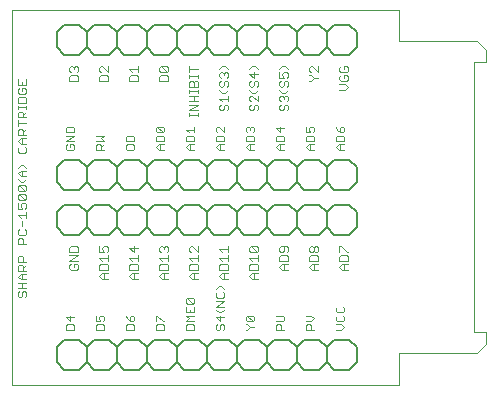
<source format=gto>
G75*
%MOIN*%
%OFA0B0*%
%FSLAX24Y24*%
%IPPOS*%
%LPD*%
%AMOC8*
5,1,8,0,0,1.08239X$1,22.5*
%
%ADD10C,0.0000*%
%ADD11C,0.0030*%
%ADD12C,0.0060*%
D10*
X000150Y000487D02*
X013050Y000487D01*
X013050Y001537D01*
X015650Y001537D01*
X015950Y001837D01*
X015950Y002237D01*
X015550Y002237D01*
X015550Y011237D01*
X015950Y011237D01*
X015950Y011637D01*
X015650Y011937D01*
X013050Y011937D01*
X013050Y012987D01*
X000150Y012987D01*
X000150Y000487D01*
D11*
X001945Y002302D02*
X001945Y002447D01*
X001993Y002495D01*
X002187Y002495D01*
X002235Y002447D01*
X002235Y002302D01*
X001945Y002302D01*
X002090Y002596D02*
X002090Y002790D01*
X002235Y002741D02*
X001945Y002741D01*
X002090Y002596D01*
X002945Y002596D02*
X003090Y002596D01*
X003042Y002693D01*
X003042Y002741D01*
X003090Y002790D01*
X003187Y002790D01*
X003235Y002741D01*
X003235Y002645D01*
X003187Y002596D01*
X003187Y002495D02*
X002993Y002495D01*
X002945Y002447D01*
X002945Y002302D01*
X003235Y002302D01*
X003235Y002447D01*
X003187Y002495D01*
X002945Y002596D02*
X002945Y002790D01*
X003945Y002790D02*
X003993Y002693D01*
X004090Y002596D01*
X004090Y002741D01*
X004138Y002790D01*
X004187Y002790D01*
X004235Y002741D01*
X004235Y002645D01*
X004187Y002596D01*
X004090Y002596D01*
X004187Y002495D02*
X003993Y002495D01*
X003945Y002447D01*
X003945Y002302D01*
X004235Y002302D01*
X004235Y002447D01*
X004187Y002495D01*
X004945Y002447D02*
X004945Y002302D01*
X005235Y002302D01*
X005235Y002447D01*
X005187Y002495D01*
X004993Y002495D01*
X004945Y002447D01*
X004945Y002596D02*
X004945Y002790D01*
X004993Y002790D01*
X005187Y002596D01*
X005235Y002596D01*
X005945Y002596D02*
X006042Y002693D01*
X005945Y002790D01*
X006235Y002790D01*
X006235Y002891D02*
X005945Y002891D01*
X005945Y003084D01*
X005993Y003186D02*
X005945Y003234D01*
X005945Y003331D01*
X005993Y003379D01*
X006187Y003186D01*
X006235Y003234D01*
X006235Y003331D01*
X006187Y003379D01*
X005993Y003379D01*
X005993Y003186D02*
X006187Y003186D01*
X006235Y003084D02*
X006235Y002891D01*
X006090Y002891D02*
X006090Y002988D01*
X006235Y002596D02*
X005945Y002596D01*
X005993Y002495D02*
X005945Y002447D01*
X005945Y002302D01*
X006235Y002302D01*
X006235Y002447D01*
X006187Y002495D01*
X005993Y002495D01*
X006945Y002447D02*
X006945Y002350D01*
X006993Y002302D01*
X007042Y002302D01*
X007090Y002350D01*
X007090Y002447D01*
X007138Y002495D01*
X007187Y002495D01*
X007235Y002447D01*
X007235Y002350D01*
X007187Y002302D01*
X006993Y002495D02*
X006945Y002447D01*
X007090Y002596D02*
X007090Y002790D01*
X007138Y002891D02*
X007042Y002891D01*
X006945Y002988D01*
X006945Y003087D02*
X007235Y003281D01*
X006945Y003281D01*
X006993Y003382D02*
X007187Y003382D01*
X007235Y003430D01*
X007235Y003527D01*
X007187Y003576D01*
X007235Y003677D02*
X007138Y003773D01*
X007042Y003773D01*
X006945Y003677D01*
X006993Y003576D02*
X006945Y003527D01*
X006945Y003430D01*
X006993Y003382D01*
X006945Y003087D02*
X007235Y003087D01*
X007235Y002988D02*
X007138Y002891D01*
X007235Y002741D02*
X006945Y002741D01*
X007090Y002596D01*
X007945Y002645D02*
X007945Y002741D01*
X007993Y002790D01*
X008187Y002596D01*
X008235Y002645D01*
X008235Y002741D01*
X008187Y002790D01*
X007993Y002790D01*
X007945Y002645D02*
X007993Y002596D01*
X008187Y002596D01*
X007993Y002495D02*
X007945Y002495D01*
X007993Y002495D02*
X008090Y002398D01*
X008235Y002398D01*
X008090Y002398D02*
X007993Y002302D01*
X007945Y002302D01*
X008945Y002302D02*
X008945Y002447D01*
X008993Y002495D01*
X009090Y002495D01*
X009138Y002447D01*
X009138Y002302D01*
X009235Y002302D02*
X008945Y002302D01*
X008945Y002596D02*
X009187Y002596D01*
X009235Y002645D01*
X009235Y002741D01*
X009187Y002790D01*
X008945Y002790D01*
X009945Y002790D02*
X010138Y002790D01*
X010235Y002693D01*
X010138Y002596D01*
X009945Y002596D01*
X009993Y002495D02*
X010090Y002495D01*
X010138Y002447D01*
X010138Y002302D01*
X010235Y002302D02*
X009945Y002302D01*
X009945Y002447D01*
X009993Y002495D01*
X010945Y002495D02*
X011138Y002495D01*
X011235Y002398D01*
X011138Y002302D01*
X010945Y002302D01*
X010993Y002596D02*
X011187Y002596D01*
X011235Y002645D01*
X011235Y002741D01*
X011187Y002790D01*
X011187Y002891D02*
X011235Y002939D01*
X011235Y003036D01*
X011187Y003084D01*
X011187Y002891D02*
X010993Y002891D01*
X010945Y002939D01*
X010945Y003036D01*
X010993Y003084D01*
X010993Y002790D02*
X010945Y002741D01*
X010945Y002645D01*
X010993Y002596D01*
X011162Y004318D02*
X011065Y004414D01*
X011162Y004511D01*
X011355Y004511D01*
X011355Y004612D02*
X011355Y004757D01*
X011307Y004806D01*
X011113Y004806D01*
X011065Y004757D01*
X011065Y004612D01*
X011355Y004612D01*
X011210Y004511D02*
X011210Y004318D01*
X011162Y004318D02*
X011355Y004318D01*
X011355Y004907D02*
X011307Y004907D01*
X011113Y005101D01*
X011065Y005101D01*
X011065Y004907D01*
X010355Y004955D02*
X010307Y004907D01*
X010258Y004907D01*
X010210Y004955D01*
X010210Y005052D01*
X010258Y005101D01*
X010307Y005101D01*
X010355Y005052D01*
X010355Y004955D01*
X010210Y004955D02*
X010162Y004907D01*
X010113Y004907D01*
X010065Y004955D01*
X010065Y005052D01*
X010113Y005101D01*
X010162Y005101D01*
X010210Y005052D01*
X010307Y004806D02*
X010113Y004806D01*
X010065Y004757D01*
X010065Y004612D01*
X010355Y004612D01*
X010355Y004757D01*
X010307Y004806D01*
X010355Y004511D02*
X010162Y004511D01*
X010065Y004414D01*
X010162Y004318D01*
X010355Y004318D01*
X010210Y004318D02*
X010210Y004511D01*
X009355Y004511D02*
X009162Y004511D01*
X009065Y004414D01*
X009162Y004318D01*
X009355Y004318D01*
X009210Y004318D02*
X009210Y004511D01*
X009065Y004612D02*
X009355Y004612D01*
X009355Y004757D01*
X009307Y004806D01*
X009113Y004806D01*
X009065Y004757D01*
X009065Y004612D01*
X009113Y004907D02*
X009162Y004907D01*
X009210Y004955D01*
X009210Y005101D01*
X009307Y005101D02*
X009113Y005101D01*
X009065Y005052D01*
X009065Y004955D01*
X009113Y004907D01*
X009307Y004907D02*
X009355Y004955D01*
X009355Y005052D01*
X009307Y005101D01*
X008355Y005052D02*
X008355Y004955D01*
X008307Y004907D01*
X008113Y005101D01*
X008307Y005101D01*
X008355Y005052D01*
X008307Y004907D02*
X008113Y004907D01*
X008065Y004955D01*
X008065Y005052D01*
X008113Y005101D01*
X008355Y004806D02*
X008355Y004612D01*
X008355Y004709D02*
X008065Y004709D01*
X008162Y004612D01*
X008113Y004511D02*
X008065Y004463D01*
X008065Y004318D01*
X008355Y004318D01*
X008355Y004463D01*
X008307Y004511D01*
X008113Y004511D01*
X008162Y004217D02*
X008355Y004217D01*
X008210Y004217D02*
X008210Y004023D01*
X008162Y004023D02*
X008065Y004120D01*
X008162Y004217D01*
X008162Y004023D02*
X008355Y004023D01*
X007355Y004023D02*
X007162Y004023D01*
X007065Y004120D01*
X007162Y004217D01*
X007355Y004217D01*
X007355Y004318D02*
X007355Y004463D01*
X007307Y004511D01*
X007113Y004511D01*
X007065Y004463D01*
X007065Y004318D01*
X007355Y004318D01*
X007210Y004217D02*
X007210Y004023D01*
X007162Y004612D02*
X007065Y004709D01*
X007355Y004709D01*
X007355Y004612D02*
X007355Y004806D01*
X007355Y004907D02*
X007355Y005101D01*
X007355Y005004D02*
X007065Y005004D01*
X007162Y004907D01*
X006355Y004907D02*
X006162Y005101D01*
X006113Y005101D01*
X006065Y005052D01*
X006065Y004955D01*
X006113Y004907D01*
X006355Y004907D02*
X006355Y005101D01*
X006355Y004806D02*
X006355Y004612D01*
X006355Y004709D02*
X006065Y004709D01*
X006162Y004612D01*
X006113Y004511D02*
X006065Y004463D01*
X006065Y004318D01*
X006355Y004318D01*
X006355Y004463D01*
X006307Y004511D01*
X006113Y004511D01*
X006162Y004217D02*
X006355Y004217D01*
X006210Y004217D02*
X006210Y004023D01*
X006162Y004023D02*
X006065Y004120D01*
X006162Y004217D01*
X006162Y004023D02*
X006355Y004023D01*
X005355Y004023D02*
X005162Y004023D01*
X005065Y004120D01*
X005162Y004217D01*
X005355Y004217D01*
X005355Y004318D02*
X005355Y004463D01*
X005307Y004511D01*
X005113Y004511D01*
X005065Y004463D01*
X005065Y004318D01*
X005355Y004318D01*
X005210Y004217D02*
X005210Y004023D01*
X005162Y004612D02*
X005065Y004709D01*
X005355Y004709D01*
X005355Y004612D02*
X005355Y004806D01*
X005307Y004907D02*
X005355Y004955D01*
X005355Y005052D01*
X005307Y005101D01*
X005258Y005101D01*
X005210Y005052D01*
X005210Y005004D01*
X005210Y005052D02*
X005162Y005101D01*
X005113Y005101D01*
X005065Y005052D01*
X005065Y004955D01*
X005113Y004907D01*
X004355Y004806D02*
X004355Y004612D01*
X004355Y004709D02*
X004065Y004709D01*
X004162Y004612D01*
X004113Y004511D02*
X004065Y004463D01*
X004065Y004318D01*
X004355Y004318D01*
X004355Y004463D01*
X004307Y004511D01*
X004113Y004511D01*
X004162Y004217D02*
X004355Y004217D01*
X004210Y004217D02*
X004210Y004023D01*
X004162Y004023D02*
X004065Y004120D01*
X004162Y004217D01*
X004162Y004023D02*
X004355Y004023D01*
X003355Y004023D02*
X003162Y004023D01*
X003065Y004120D01*
X003162Y004217D01*
X003355Y004217D01*
X003355Y004318D02*
X003355Y004463D01*
X003307Y004511D01*
X003113Y004511D01*
X003065Y004463D01*
X003065Y004318D01*
X003355Y004318D01*
X003210Y004217D02*
X003210Y004023D01*
X003162Y004612D02*
X003065Y004709D01*
X003355Y004709D01*
X003355Y004612D02*
X003355Y004806D01*
X003307Y004907D02*
X003355Y004955D01*
X003355Y005052D01*
X003307Y005101D01*
X003210Y005101D01*
X003162Y005052D01*
X003162Y005004D01*
X003210Y004907D01*
X003065Y004907D01*
X003065Y005101D01*
X002355Y005052D02*
X002355Y004907D01*
X002065Y004907D01*
X002065Y005052D01*
X002113Y005101D01*
X002307Y005101D01*
X002355Y005052D01*
X002355Y004806D02*
X002065Y004806D01*
X002065Y004612D02*
X002355Y004806D01*
X002355Y004612D02*
X002065Y004612D01*
X002113Y004511D02*
X002065Y004463D01*
X002065Y004366D01*
X002113Y004318D01*
X002307Y004318D01*
X002355Y004366D01*
X002355Y004463D01*
X002307Y004511D01*
X002210Y004511D01*
X002210Y004414D01*
X000635Y004479D02*
X000538Y004382D01*
X000538Y004431D02*
X000538Y004286D01*
X000635Y004286D02*
X000345Y004286D01*
X000345Y004431D01*
X000393Y004479D01*
X000490Y004479D01*
X000538Y004431D01*
X000538Y004580D02*
X000538Y004725D01*
X000490Y004774D01*
X000393Y004774D01*
X000345Y004725D01*
X000345Y004580D01*
X000635Y004580D01*
X000635Y004184D02*
X000442Y004184D01*
X000345Y004088D01*
X000442Y003991D01*
X000635Y003991D01*
X000635Y003890D02*
X000345Y003890D01*
X000490Y003890D02*
X000490Y003696D01*
X000538Y003595D02*
X000490Y003547D01*
X000490Y003450D01*
X000442Y003402D01*
X000393Y003402D01*
X000345Y003450D01*
X000345Y003547D01*
X000393Y003595D01*
X000345Y003696D02*
X000635Y003696D01*
X000587Y003595D02*
X000635Y003547D01*
X000635Y003450D01*
X000587Y003402D01*
X000587Y003595D02*
X000538Y003595D01*
X000490Y003991D02*
X000490Y004184D01*
X000538Y005170D02*
X000538Y005315D01*
X000490Y005363D01*
X000393Y005363D01*
X000345Y005315D01*
X000345Y005170D01*
X000635Y005170D01*
X000587Y005464D02*
X000393Y005464D01*
X000345Y005513D01*
X000345Y005609D01*
X000393Y005658D01*
X000490Y005759D02*
X000490Y005952D01*
X000442Y006054D02*
X000345Y006150D01*
X000635Y006150D01*
X000635Y006054D02*
X000635Y006247D01*
X000587Y006348D02*
X000635Y006397D01*
X000635Y006493D01*
X000587Y006542D01*
X000490Y006542D01*
X000442Y006493D01*
X000442Y006445D01*
X000490Y006348D01*
X000345Y006348D01*
X000345Y006542D01*
X000393Y006643D02*
X000345Y006691D01*
X000345Y006788D01*
X000393Y006836D01*
X000587Y006643D01*
X000635Y006691D01*
X000635Y006788D01*
X000587Y006836D01*
X000393Y006836D01*
X000393Y006937D02*
X000345Y006986D01*
X000345Y007083D01*
X000393Y007131D01*
X000587Y006937D01*
X000635Y006986D01*
X000635Y007083D01*
X000587Y007131D01*
X000393Y007131D01*
X000442Y007232D02*
X000345Y007329D01*
X000442Y007232D02*
X000538Y007232D01*
X000635Y007329D01*
X000635Y007429D02*
X000442Y007429D01*
X000345Y007525D01*
X000442Y007622D01*
X000635Y007622D01*
X000635Y007723D02*
X000538Y007820D01*
X000442Y007820D01*
X000345Y007723D01*
X000490Y007622D02*
X000490Y007429D01*
X000587Y006937D02*
X000393Y006937D01*
X000393Y006643D02*
X000587Y006643D01*
X000587Y005658D02*
X000635Y005609D01*
X000635Y005513D01*
X000587Y005464D01*
X000587Y008214D02*
X000393Y008214D01*
X000345Y008263D01*
X000345Y008359D01*
X000393Y008408D01*
X000442Y008509D02*
X000345Y008606D01*
X000442Y008702D01*
X000635Y008702D01*
X000635Y008804D02*
X000345Y008804D01*
X000345Y008949D01*
X000393Y008997D01*
X000490Y008997D01*
X000538Y008949D01*
X000538Y008804D01*
X000538Y008900D02*
X000635Y008997D01*
X000345Y009098D02*
X000345Y009292D01*
X000345Y009195D02*
X000635Y009195D01*
X000635Y009393D02*
X000345Y009393D01*
X000345Y009538D01*
X000393Y009586D01*
X000490Y009586D01*
X000538Y009538D01*
X000538Y009393D01*
X000538Y009490D02*
X000635Y009586D01*
X000635Y009688D02*
X000635Y009784D01*
X000635Y009736D02*
X000345Y009736D01*
X000345Y009688D02*
X000345Y009784D01*
X000345Y009884D02*
X000345Y010029D01*
X000393Y010078D01*
X000587Y010078D01*
X000635Y010029D01*
X000635Y009884D01*
X000345Y009884D01*
X000393Y010179D02*
X000587Y010179D01*
X000635Y010227D01*
X000635Y010324D01*
X000587Y010372D01*
X000490Y010372D01*
X000490Y010275D01*
X000393Y010179D02*
X000345Y010227D01*
X000345Y010324D01*
X000393Y010372D01*
X000345Y010473D02*
X000635Y010473D01*
X000635Y010667D01*
X000490Y010570D02*
X000490Y010473D01*
X000345Y010473D02*
X000345Y010667D01*
X002065Y010612D02*
X002065Y010757D01*
X002113Y010806D01*
X002307Y010806D01*
X002355Y010757D01*
X002355Y010612D01*
X002065Y010612D01*
X002113Y010907D02*
X002065Y010955D01*
X002065Y011052D01*
X002113Y011101D01*
X002162Y011101D01*
X002210Y011052D01*
X002258Y011101D01*
X002307Y011101D01*
X002355Y011052D01*
X002355Y010955D01*
X002307Y010907D01*
X002210Y011004D02*
X002210Y011052D01*
X003065Y011052D02*
X003065Y010955D01*
X003113Y010907D01*
X003113Y010806D02*
X003065Y010757D01*
X003065Y010612D01*
X003355Y010612D01*
X003355Y010757D01*
X003307Y010806D01*
X003113Y010806D01*
X003065Y011052D02*
X003113Y011101D01*
X003162Y011101D01*
X003355Y010907D01*
X003355Y011101D01*
X004065Y011004D02*
X004355Y011004D01*
X004355Y010907D02*
X004355Y011101D01*
X004162Y010907D02*
X004065Y011004D01*
X004113Y010806D02*
X004065Y010757D01*
X004065Y010612D01*
X004355Y010612D01*
X004355Y010757D01*
X004307Y010806D01*
X004113Y010806D01*
X005065Y010757D02*
X005065Y010612D01*
X005355Y010612D01*
X005355Y010757D01*
X005307Y010806D01*
X005113Y010806D01*
X005065Y010757D01*
X005113Y010907D02*
X005065Y010955D01*
X005065Y011052D01*
X005113Y011101D01*
X005307Y010907D01*
X005355Y010955D01*
X005355Y011052D01*
X005307Y011101D01*
X005113Y011101D01*
X005113Y010907D02*
X005307Y010907D01*
X006065Y010907D02*
X006065Y011101D01*
X006065Y011004D02*
X006355Y011004D01*
X006355Y010807D02*
X006355Y010711D01*
X006355Y010759D02*
X006065Y010759D01*
X006065Y010711D02*
X006065Y010807D01*
X006113Y010609D02*
X006065Y010561D01*
X006065Y010416D01*
X006355Y010416D01*
X006355Y010561D01*
X006307Y010609D01*
X006258Y010609D01*
X006210Y010561D01*
X006210Y010416D01*
X006210Y010561D02*
X006162Y010609D01*
X006113Y010609D01*
X006065Y010316D02*
X006065Y010219D01*
X006065Y010268D02*
X006355Y010268D01*
X006355Y010316D02*
X006355Y010219D01*
X006355Y010118D02*
X006065Y010118D01*
X006210Y010118D02*
X006210Y009925D01*
X006355Y009925D02*
X006065Y009925D01*
X006065Y009824D02*
X006355Y009824D01*
X006065Y009630D01*
X006355Y009630D01*
X006355Y009531D02*
X006355Y009434D01*
X006355Y009482D02*
X006065Y009482D01*
X006065Y009434D02*
X006065Y009531D01*
X006235Y009084D02*
X006235Y008891D01*
X006235Y008988D02*
X005945Y008988D01*
X006042Y008891D01*
X005993Y008790D02*
X005945Y008741D01*
X005945Y008596D01*
X006235Y008596D01*
X006235Y008741D01*
X006187Y008790D01*
X005993Y008790D01*
X006042Y008495D02*
X006235Y008495D01*
X006090Y008495D02*
X006090Y008302D01*
X006042Y008302D02*
X006235Y008302D01*
X006042Y008302D02*
X005945Y008398D01*
X006042Y008495D01*
X005235Y008495D02*
X005042Y008495D01*
X004945Y008398D01*
X005042Y008302D01*
X005235Y008302D01*
X005090Y008302D02*
X005090Y008495D01*
X004945Y008596D02*
X005235Y008596D01*
X005235Y008741D01*
X005187Y008790D01*
X004993Y008790D01*
X004945Y008741D01*
X004945Y008596D01*
X004993Y008891D02*
X004945Y008939D01*
X004945Y009036D01*
X004993Y009084D01*
X005187Y008891D01*
X005235Y008939D01*
X005235Y009036D01*
X005187Y009084D01*
X004993Y009084D01*
X004993Y008891D02*
X005187Y008891D01*
X004235Y008741D02*
X004235Y008596D01*
X003945Y008596D01*
X003945Y008741D01*
X003993Y008790D01*
X004187Y008790D01*
X004235Y008741D01*
X004187Y008495D02*
X003993Y008495D01*
X003945Y008447D01*
X003945Y008350D01*
X003993Y008302D01*
X004187Y008302D01*
X004235Y008350D01*
X004235Y008447D01*
X004187Y008495D01*
X003235Y008495D02*
X003138Y008398D01*
X003138Y008447D02*
X003138Y008302D01*
X003235Y008302D02*
X002945Y008302D01*
X002945Y008447D01*
X002993Y008495D01*
X003090Y008495D01*
X003138Y008447D01*
X003235Y008596D02*
X003138Y008693D01*
X003235Y008790D01*
X002945Y008790D01*
X002945Y008596D02*
X003235Y008596D01*
X002235Y008596D02*
X001945Y008596D01*
X002235Y008790D01*
X001945Y008790D01*
X001945Y008891D02*
X001945Y009036D01*
X001993Y009084D01*
X002187Y009084D01*
X002235Y009036D01*
X002235Y008891D01*
X001945Y008891D01*
X001993Y008495D02*
X001945Y008447D01*
X001945Y008350D01*
X001993Y008302D01*
X002187Y008302D01*
X002235Y008350D01*
X002235Y008447D01*
X002187Y008495D01*
X002090Y008495D01*
X002090Y008398D01*
X000635Y008359D02*
X000635Y008263D01*
X000587Y008214D01*
X000635Y008359D02*
X000587Y008408D01*
X000635Y008509D02*
X000442Y008509D01*
X000490Y008509D02*
X000490Y008702D01*
X004065Y005052D02*
X004210Y004907D01*
X004210Y005101D01*
X004355Y005052D02*
X004065Y005052D01*
X007042Y008302D02*
X006945Y008398D01*
X007042Y008495D01*
X007235Y008495D01*
X007235Y008596D02*
X007235Y008741D01*
X007187Y008790D01*
X006993Y008790D01*
X006945Y008741D01*
X006945Y008596D01*
X007235Y008596D01*
X007090Y008495D02*
X007090Y008302D01*
X007042Y008302D02*
X007235Y008302D01*
X007235Y008891D02*
X007042Y009084D01*
X006993Y009084D01*
X006945Y009036D01*
X006945Y008939D01*
X006993Y008891D01*
X007235Y008891D02*
X007235Y009084D01*
X007307Y009630D02*
X007355Y009679D01*
X007355Y009775D01*
X007307Y009824D01*
X007258Y009824D01*
X007210Y009775D01*
X007210Y009679D01*
X007162Y009630D01*
X007113Y009630D01*
X007065Y009679D01*
X007065Y009775D01*
X007113Y009824D01*
X007162Y009925D02*
X007065Y010022D01*
X007355Y010022D01*
X007355Y010118D02*
X007355Y009925D01*
X007258Y010219D02*
X007162Y010219D01*
X007065Y010316D01*
X007113Y010416D02*
X007065Y010464D01*
X007065Y010561D01*
X007113Y010609D01*
X007113Y010711D02*
X007065Y010759D01*
X007065Y010856D01*
X007113Y010904D01*
X007162Y010904D01*
X007210Y010856D01*
X007258Y010904D01*
X007307Y010904D01*
X007355Y010856D01*
X007355Y010759D01*
X007307Y010711D01*
X007307Y010609D02*
X007355Y010561D01*
X007355Y010464D01*
X007307Y010416D01*
X007210Y010464D02*
X007210Y010561D01*
X007258Y010609D01*
X007307Y010609D01*
X007210Y010464D02*
X007162Y010416D01*
X007113Y010416D01*
X007258Y010219D02*
X007355Y010316D01*
X007210Y010807D02*
X007210Y010856D01*
X007355Y011005D02*
X007258Y011102D01*
X007162Y011102D01*
X007065Y011005D01*
X008065Y011005D02*
X008162Y011102D01*
X008258Y011102D01*
X008355Y011005D01*
X008355Y010856D02*
X008065Y010856D01*
X008210Y010711D01*
X008210Y010904D01*
X008258Y010609D02*
X008210Y010561D01*
X008210Y010464D01*
X008162Y010416D01*
X008113Y010416D01*
X008065Y010464D01*
X008065Y010561D01*
X008113Y010609D01*
X008258Y010609D02*
X008307Y010609D01*
X008355Y010561D01*
X008355Y010464D01*
X008307Y010416D01*
X008355Y010316D02*
X008258Y010219D01*
X008162Y010219D01*
X008065Y010316D01*
X008113Y010118D02*
X008065Y010070D01*
X008065Y009973D01*
X008113Y009925D01*
X008113Y009824D02*
X008065Y009775D01*
X008065Y009679D01*
X008113Y009630D01*
X008162Y009630D01*
X008210Y009679D01*
X008210Y009775D01*
X008258Y009824D01*
X008307Y009824D01*
X008355Y009775D01*
X008355Y009679D01*
X008307Y009630D01*
X008355Y009925D02*
X008162Y010118D01*
X008113Y010118D01*
X008355Y010118D02*
X008355Y009925D01*
X009065Y009973D02*
X009113Y009925D01*
X009065Y009973D02*
X009065Y010070D01*
X009113Y010118D01*
X009162Y010118D01*
X009210Y010070D01*
X009258Y010118D01*
X009307Y010118D01*
X009355Y010070D01*
X009355Y009973D01*
X009307Y009925D01*
X009307Y009824D02*
X009355Y009775D01*
X009355Y009679D01*
X009307Y009630D01*
X009210Y009679D02*
X009210Y009775D01*
X009258Y009824D01*
X009307Y009824D01*
X009210Y009679D02*
X009162Y009630D01*
X009113Y009630D01*
X009065Y009679D01*
X009065Y009775D01*
X009113Y009824D01*
X009210Y010022D02*
X009210Y010070D01*
X009258Y010219D02*
X009162Y010219D01*
X009065Y010316D01*
X009113Y010416D02*
X009162Y010416D01*
X009210Y010464D01*
X009210Y010561D01*
X009258Y010609D01*
X009307Y010609D01*
X009355Y010561D01*
X009355Y010464D01*
X009307Y010416D01*
X009355Y010316D02*
X009258Y010219D01*
X009113Y010416D02*
X009065Y010464D01*
X009065Y010561D01*
X009113Y010609D01*
X009065Y010711D02*
X009210Y010711D01*
X009162Y010807D01*
X009162Y010856D01*
X009210Y010904D01*
X009307Y010904D01*
X009355Y010856D01*
X009355Y010759D01*
X009307Y010711D01*
X009065Y010711D02*
X009065Y010904D01*
X009065Y011005D02*
X009162Y011102D01*
X009258Y011102D01*
X009355Y011005D01*
X010065Y011052D02*
X010065Y010955D01*
X010113Y010907D01*
X010113Y010806D02*
X010065Y010806D01*
X010113Y010806D02*
X010210Y010709D01*
X010355Y010709D01*
X010210Y010709D02*
X010113Y010612D01*
X010065Y010612D01*
X010355Y010907D02*
X010162Y011101D01*
X010113Y011101D01*
X010065Y011052D01*
X010355Y011101D02*
X010355Y010907D01*
X011065Y010955D02*
X011113Y010907D01*
X011307Y010907D01*
X011355Y010955D01*
X011355Y011052D01*
X011307Y011101D01*
X011210Y011101D01*
X011210Y011004D01*
X011113Y011101D02*
X011065Y011052D01*
X011065Y010955D01*
X011113Y010806D02*
X011065Y010757D01*
X011065Y010661D01*
X011113Y010612D01*
X011307Y010612D01*
X011355Y010661D01*
X011355Y010757D01*
X011307Y010806D01*
X011210Y010806D01*
X011210Y010709D01*
X011258Y010511D02*
X011065Y010511D01*
X011258Y010511D02*
X011355Y010414D01*
X011258Y010318D01*
X011065Y010318D01*
X011138Y009084D02*
X011090Y009036D01*
X011090Y008891D01*
X011187Y008891D01*
X011235Y008939D01*
X011235Y009036D01*
X011187Y009084D01*
X011138Y009084D01*
X010993Y008988D02*
X011090Y008891D01*
X010993Y008988D02*
X010945Y009084D01*
X010993Y008790D02*
X010945Y008741D01*
X010945Y008596D01*
X011235Y008596D01*
X011235Y008741D01*
X011187Y008790D01*
X010993Y008790D01*
X011042Y008495D02*
X011235Y008495D01*
X011090Y008495D02*
X011090Y008302D01*
X011042Y008302D02*
X010945Y008398D01*
X011042Y008495D01*
X011042Y008302D02*
X011235Y008302D01*
X010235Y008302D02*
X010042Y008302D01*
X009945Y008398D01*
X010042Y008495D01*
X010235Y008495D01*
X010235Y008596D02*
X010235Y008741D01*
X010187Y008790D01*
X009993Y008790D01*
X009945Y008741D01*
X009945Y008596D01*
X010235Y008596D01*
X010090Y008495D02*
X010090Y008302D01*
X010090Y008891D02*
X009945Y008891D01*
X009945Y009084D01*
X010042Y009036D02*
X010042Y008988D01*
X010090Y008891D01*
X010187Y008891D02*
X010235Y008939D01*
X010235Y009036D01*
X010187Y009084D01*
X010090Y009084D01*
X010042Y009036D01*
X009235Y009036D02*
X008945Y009036D01*
X009090Y008891D01*
X009090Y009084D01*
X009187Y008790D02*
X008993Y008790D01*
X008945Y008741D01*
X008945Y008596D01*
X009235Y008596D01*
X009235Y008741D01*
X009187Y008790D01*
X009235Y008495D02*
X009042Y008495D01*
X008945Y008398D01*
X009042Y008302D01*
X009235Y008302D01*
X009090Y008302D02*
X009090Y008495D01*
X008235Y008495D02*
X008042Y008495D01*
X007945Y008398D01*
X008042Y008302D01*
X008235Y008302D01*
X008090Y008302D02*
X008090Y008495D01*
X008235Y008596D02*
X008235Y008741D01*
X008187Y008790D01*
X007993Y008790D01*
X007945Y008741D01*
X007945Y008596D01*
X008235Y008596D01*
X008187Y008891D02*
X008235Y008939D01*
X008235Y009036D01*
X008187Y009084D01*
X008138Y009084D01*
X008090Y009036D01*
X008090Y008988D01*
X008090Y009036D02*
X008042Y009084D01*
X007993Y009084D01*
X007945Y009036D01*
X007945Y008939D01*
X007993Y008891D01*
D12*
X007900Y007987D02*
X007650Y007737D01*
X007650Y007237D01*
X007900Y006987D01*
X008400Y006987D01*
X008650Y007237D01*
X008900Y006987D01*
X009400Y006987D01*
X009650Y007237D01*
X009650Y007737D01*
X009400Y007987D01*
X008900Y007987D01*
X008650Y007737D01*
X008650Y007237D01*
X008650Y007737D02*
X008400Y007987D01*
X007900Y007987D01*
X007650Y007737D02*
X007400Y007987D01*
X006900Y007987D01*
X006650Y007737D01*
X006650Y007237D01*
X006400Y006987D01*
X005900Y006987D01*
X005650Y007237D01*
X005400Y006987D01*
X004900Y006987D01*
X004650Y007237D01*
X004400Y006987D01*
X003900Y006987D01*
X003650Y007237D01*
X003400Y006987D01*
X002900Y006987D01*
X002650Y007237D01*
X002400Y006987D01*
X001900Y006987D01*
X001650Y007237D01*
X001650Y007737D01*
X001900Y007987D01*
X002400Y007987D01*
X002650Y007737D01*
X002900Y007987D01*
X003400Y007987D01*
X003650Y007737D01*
X003650Y007237D01*
X003650Y007737D02*
X003900Y007987D01*
X004400Y007987D01*
X004650Y007737D01*
X004900Y007987D01*
X005400Y007987D01*
X005650Y007737D01*
X005900Y007987D01*
X006400Y007987D01*
X006650Y007737D01*
X006650Y007237D02*
X006900Y006987D01*
X007400Y006987D01*
X007650Y007237D01*
X007400Y006487D02*
X006900Y006487D01*
X006650Y006237D01*
X006650Y005737D01*
X006900Y005487D01*
X007400Y005487D01*
X007650Y005737D01*
X007650Y006237D01*
X007400Y006487D01*
X007650Y006237D02*
X007900Y006487D01*
X008400Y006487D01*
X008650Y006237D01*
X008900Y006487D01*
X009400Y006487D01*
X009650Y006237D01*
X009900Y006487D01*
X010400Y006487D01*
X010650Y006237D01*
X010900Y006487D01*
X011400Y006487D01*
X011650Y006237D01*
X011650Y005737D01*
X011400Y005487D01*
X010900Y005487D01*
X010650Y005737D01*
X010400Y005487D01*
X009900Y005487D01*
X009650Y005737D01*
X009650Y006237D01*
X009650Y005737D02*
X009400Y005487D01*
X008900Y005487D01*
X008650Y005737D01*
X008400Y005487D01*
X007900Y005487D01*
X007650Y005737D01*
X006650Y005737D02*
X006400Y005487D01*
X005900Y005487D01*
X005650Y005737D01*
X005400Y005487D01*
X004900Y005487D01*
X004650Y005737D01*
X004400Y005487D01*
X003900Y005487D01*
X003650Y005737D01*
X003650Y006237D01*
X003900Y006487D01*
X004400Y006487D01*
X004650Y006237D01*
X004900Y006487D01*
X005400Y006487D01*
X005650Y006237D01*
X005900Y006487D01*
X006400Y006487D01*
X006650Y006237D01*
X005650Y006237D02*
X005650Y005737D01*
X004650Y005737D02*
X004650Y006237D01*
X003650Y006237D02*
X003400Y006487D01*
X002900Y006487D01*
X002650Y006237D01*
X002400Y006487D01*
X001900Y006487D01*
X001650Y006237D01*
X001650Y005737D01*
X001900Y005487D01*
X002400Y005487D01*
X002650Y005737D01*
X002650Y006237D01*
X002650Y005737D02*
X002900Y005487D01*
X003400Y005487D01*
X003650Y005737D01*
X002650Y007237D02*
X002650Y007737D01*
X004650Y007737D02*
X004650Y007237D01*
X005650Y007237D02*
X005650Y007737D01*
X008650Y006237D02*
X008650Y005737D01*
X009900Y006987D02*
X009650Y007237D01*
X009900Y006987D02*
X010400Y006987D01*
X010650Y007237D01*
X010900Y006987D01*
X011400Y006987D01*
X011650Y007237D01*
X011650Y007737D01*
X011400Y007987D01*
X010900Y007987D01*
X010650Y007737D01*
X010650Y007237D01*
X010650Y007737D02*
X010400Y007987D01*
X009900Y007987D01*
X009650Y007737D01*
X010650Y006237D02*
X010650Y005737D01*
X010400Y001987D02*
X009900Y001987D01*
X009650Y001737D01*
X009650Y001237D01*
X009900Y000987D01*
X010400Y000987D01*
X010650Y001237D01*
X010650Y001737D01*
X010400Y001987D01*
X010650Y001737D02*
X010900Y001987D01*
X011400Y001987D01*
X011650Y001737D01*
X011650Y001237D01*
X011400Y000987D01*
X010900Y000987D01*
X010650Y001237D01*
X009650Y001237D02*
X009400Y000987D01*
X008900Y000987D01*
X008650Y001237D01*
X008400Y000987D01*
X007900Y000987D01*
X007650Y001237D01*
X007400Y000987D01*
X006900Y000987D01*
X006650Y001237D01*
X006650Y001737D01*
X006900Y001987D01*
X007400Y001987D01*
X007650Y001737D01*
X007900Y001987D01*
X008400Y001987D01*
X008650Y001737D01*
X008900Y001987D01*
X009400Y001987D01*
X009650Y001737D01*
X008650Y001737D02*
X008650Y001237D01*
X007650Y001237D02*
X007650Y001737D01*
X006650Y001737D02*
X006400Y001987D01*
X005900Y001987D01*
X005650Y001737D01*
X005400Y001987D01*
X004900Y001987D01*
X004650Y001737D01*
X004400Y001987D01*
X003900Y001987D01*
X003650Y001737D01*
X003650Y001237D01*
X003900Y000987D01*
X004400Y000987D01*
X004650Y001237D01*
X004650Y001737D01*
X004650Y001237D02*
X004900Y000987D01*
X005400Y000987D01*
X005650Y001237D01*
X005650Y001737D01*
X005650Y001237D02*
X005900Y000987D01*
X006400Y000987D01*
X006650Y001237D01*
X003650Y001237D02*
X003400Y000987D01*
X002900Y000987D01*
X002650Y001237D01*
X002400Y000987D01*
X001900Y000987D01*
X001650Y001237D01*
X001650Y001737D01*
X001900Y001987D01*
X002400Y001987D01*
X002650Y001737D01*
X002900Y001987D01*
X003400Y001987D01*
X003650Y001737D01*
X002650Y001737D02*
X002650Y001237D01*
X002400Y011487D02*
X001900Y011487D01*
X001650Y011737D01*
X001650Y012237D01*
X001900Y012487D01*
X002400Y012487D01*
X002650Y012237D01*
X002900Y012487D01*
X003400Y012487D01*
X003650Y012237D01*
X003650Y011737D01*
X003400Y011487D01*
X002900Y011487D01*
X002650Y011737D01*
X002400Y011487D01*
X002650Y011737D02*
X002650Y012237D01*
X003650Y012237D02*
X003900Y012487D01*
X004400Y012487D01*
X004650Y012237D01*
X004900Y012487D01*
X005400Y012487D01*
X005650Y012237D01*
X005900Y012487D01*
X006400Y012487D01*
X006650Y012237D01*
X006650Y011737D01*
X006400Y011487D01*
X005900Y011487D01*
X005650Y011737D01*
X005400Y011487D01*
X004900Y011487D01*
X004650Y011737D01*
X004400Y011487D01*
X003900Y011487D01*
X003650Y011737D01*
X004650Y011737D02*
X004650Y012237D01*
X005650Y012237D02*
X005650Y011737D01*
X006650Y011737D02*
X006900Y011487D01*
X007400Y011487D01*
X007650Y011737D01*
X007900Y011487D01*
X008400Y011487D01*
X008650Y011737D01*
X008900Y011487D01*
X009400Y011487D01*
X009650Y011737D01*
X009650Y012237D01*
X009400Y012487D01*
X008900Y012487D01*
X008650Y012237D01*
X008650Y011737D01*
X008650Y012237D02*
X008400Y012487D01*
X007900Y012487D01*
X007650Y012237D01*
X007650Y011737D01*
X007650Y012237D02*
X007400Y012487D01*
X006900Y012487D01*
X006650Y012237D01*
X009650Y012237D02*
X009900Y012487D01*
X010400Y012487D01*
X010650Y012237D01*
X010900Y012487D01*
X011400Y012487D01*
X011650Y012237D01*
X011650Y011737D01*
X011400Y011487D01*
X010900Y011487D01*
X010650Y011737D01*
X010400Y011487D01*
X009900Y011487D01*
X009650Y011737D01*
X010650Y011737D02*
X010650Y012237D01*
M02*

</source>
